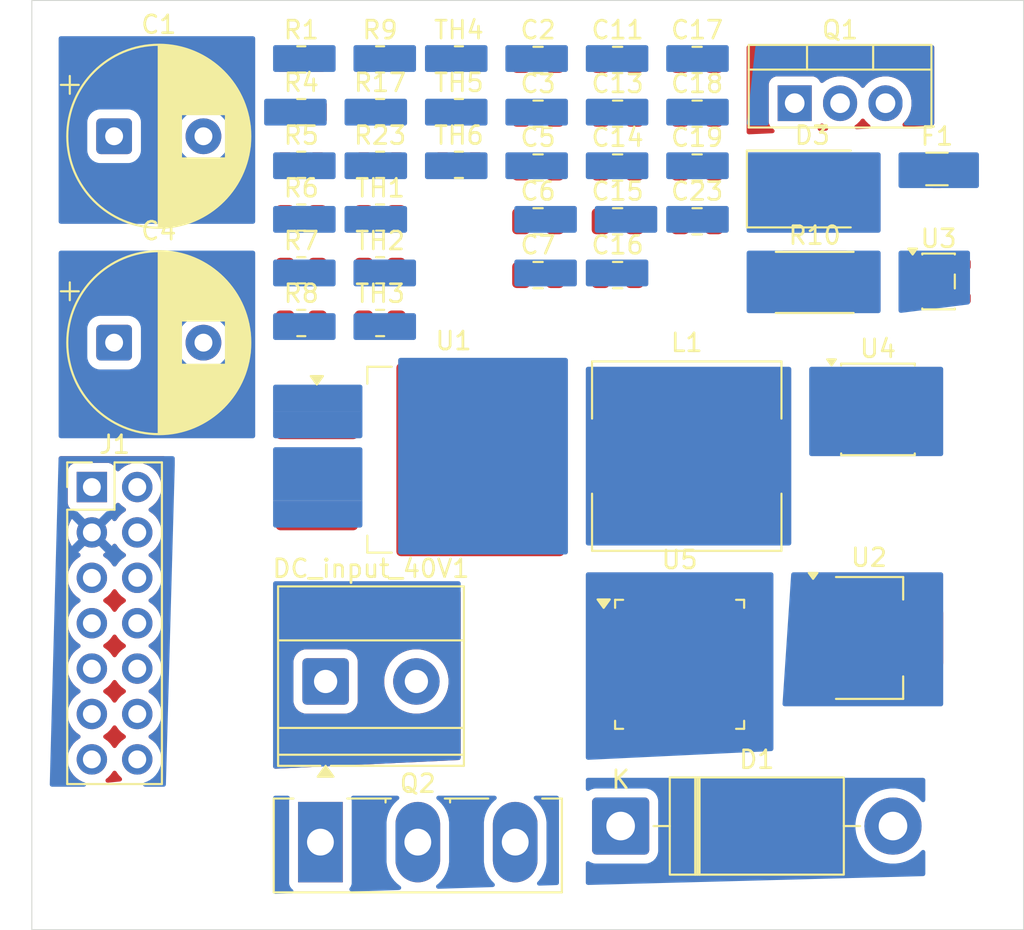
<source format=kicad_pcb>
(kicad_pcb (version 20241229) (generator "pcbnew") (generator_version "9.0")
  (layers (0 "F.Cu" signal) (2 "B.Cu" signal) (13 "F.Paste" user) (15 "B.Paste" user) (5 "F.SilkS" user "F.Silkscreen") (7 "B.SilkS" user "B.Silkscreen") (1 "F.Mask" user) (3 "B.Mask" user) (25 "Edge.Cuts" user))
  (net 0 "")
  (net 1 "Net-(D3-A1)")
  (net 2 "GND")
  (net 3 "/+3V3")
  (net 4 "/+12V")
  (net 5 "Net-(U5-PA0)")
  (net 6 "Net-(U5-PA1)")
  (net 7 "Net-(U5-PA4)")
  (net 8 "Net-(U5-PA2)")
  (net 9 "Net-(U5-PA3)")
  (net 10 "Net-(U5-PA5)")
  (net 11 "Net-(D1-A)")
  (net 12 "Net-(DC_input_40V1-Pin_1)")
  (net 13 "Net-(Q1-D)")
  (net 17 "Net-(J1-~{RST})")
  (net 20 "Net-(J1-JTMS{slash}SWDIO)")
  (net 23 "Net-(J1-JCLK{slash}SWCLK)")
  (net 27 "Net-(Q2-S)")
  (net 28 "Net-(Q2-G)")
  (net 29 "Net-(U5-NRST)")
  (net 30 "Net-(U3-+)")
  (net 31 "Net-(U4-OUT_A)")
  (net 34 "Net-(U3--)")
  (net 35 "Net-(U5-PA6)")
  (net 39 "Net-(U4-IN_A)")
  (footprint "" (layer "F.Cu") (at 137.5 96.5)
    (property "Reference" "" (at 0 0 0) (layer "F.SilkS") (effects (font (size 1.27 1.27))))
    (property "Value" "")
  )
  (footprint "Capacitor_SMD:C_0805_2012Metric" (layer "F.Cu") (at 154.28 64.33)
    (property "Reference" "C11" (at 0 -1.68 0) (layer "F.SilkS"))
    (property "Value" "0.1uf")
    (pad "1" smd roundrect (at -0.95 0) (size 1 1.45) (layers "F.Cu" "F.Mask" "F.Paste") (net 1 "Net-(D3-A1)"))
    (pad "2" smd roundrect (at 0.95 0) (size 1 1.45) (layers "F.Cu" "F.Mask" "F.Paste") (net 2 "GND"))
  )
  (footprint "Capacitor_SMD:C_0805_2012Metric" (layer "F.Cu") (at 158.73 64.33)
    (property "Reference" "C17" (at 0 -1.68 0) (layer "F.SilkS"))
    (property "Value" "100nF")
    (pad "1" smd roundrect (at -0.95 0) (size 1 1.45) (layers "F.Cu" "F.Mask" "F.Paste") (net 8 "Net-(U5-PA2)"))
    (pad "2" smd roundrect (at 0.95 0) (size 1 1.45) (layers "F.Cu" "F.Mask" "F.Paste") (net 2 "GND"))
  )
  (footprint "Resistor_SMD:R_0805_2012Metric" (layer "F.Cu") (at 136.58 67.25)
    (property "Reference" "R4" (at 0 -1.65 0) (layer "F.SilkS"))
    (property "Value" "10K")
    (pad "1" smd roundrect (at -0.9125 0) (size 1.025 1.4) (layers "F.Cu" "F.Mask" "F.Paste") (roundrect_rratio 0.243902) (net 3 "/+3V3"))
    (pad "2" smd roundrect (at 0.9125 0) (size 1.025 1.4) (layers "F.Cu" "F.Mask" "F.Paste") (roundrect_rratio 0.243902) (net 5 "Net-(U5-PA0)"))
  )
  (footprint "Package_QFP:LQFP-48_7x7mm_P0.5mm" (layer "F.Cu") (at 157.75 98.15)
    (property "Reference" "U5" (at 0 -5.85 0) (layer "F.SilkS"))
    (property "Value" "STM32F103C8Tx")
    (pad "1" smd roundrect (at -4.1625 -2.75) (size 1.475 0.3) (layers "F.Cu" "F.Mask" "F.Paste"))
    (pad "2" smd roundrect (at -4.1625 -2.25) (size 1.475 0.3) (layers "F.Cu" "F.Mask" "F.Paste") (net 20 "Net-(J1-JTMS{slash}SWDIO)"))
    (pad "3" smd roundrect (at -4.1625 -1.75) (size 1.475 0.3) (layers "F.Cu" "F.Mask" "F.Paste") (net 23 "Net-(J1-JCLK{slash}SWCLK)"))
    (pad "4" smd roundrect (at -4.1625 -1.25) (size 1.475 0.3) (layers "F.Cu" "F.Mask" "F.Paste"))
    (pad "5" smd roundrect (at -4.1625 -0.75) (size 1.475 0.3) (layers "F.Cu" "F.Mask" "F.Paste"))
    (pad "6" smd roundrect (at -4.1625 -0.25) (size 1.475 0.3) (layers "F.Cu" "F.Mask" "F.Paste"))
    (pad "7" smd roundrect (at -4.1625 0.25) (size 1.475 0.3) (layers "F.Cu" "F.Mask" "F.Paste") (net 29 "Net-(U5-NRST)"))
    (pad "8" smd roundrect (at -4.1625 0.75) (size 1.475 0.3) (layers "F.Cu" "F.Mask" "F.Paste") (net 2 "GND"))
    (pad "9" smd roundrect (at -4.1625 1.25) (size 1.475 0.3) (layers "F.Cu" "F.Mask" "F.Paste"))
    (pad "10" smd roundrect (at -4.1625 1.75) (size 1.475 0.3) (layers "F.Cu" "F.Mask" "F.Paste") (net 5 "Net-(U5-PA0)"))
    (pad "11" smd roundrect (at -4.1625 2.25) (size 1.475 0.3) (layers "F.Cu" "F.Mask" "F.Paste") (net 6 "Net-(U5-PA1)"))
    (pad "12" smd roundrect (at -4.1625 2.75) (size 1.475 0.3) (layers "F.Cu" "F.Mask" "F.Paste") (net 8 "Net-(U5-PA2)"))
    (pad "13" smd roundrect (at -2.75 4.1625) (size 0.3 1.475) (layers "F.Cu" "F.Mask" "F.Paste") (net 9 "Net-(U5-PA3)"))
    (pad "14" smd roundrect (at -2.25 4.1625) (size 0.3 1.475) (layers "F.Cu" "F.Mask" "F.Paste") (net 7 "Net-(U5-PA4)"))
    (pad "15" smd roundrect (at -1.75 4.1625) (size 0.3 1.475) (layers "F.Cu" "F.Mask" "F.Paste") (net 10 "Net-(U5-PA5)"))
    (pad "16" smd roundrect (at -1.25 4.1625) (size 0.3 1.475) (layers "F.Cu" "F.Mask" "F.Paste") (net 35 "Net-(U5-PA6)"))
    (pad "17" smd roundrect (at -0.75 4.1625) (size 0.3 1.475) (layers "F.Cu" "F.Mask" "F.Paste"))
    (pad "18" smd roundrect (at -0.25 4.1625) (size 0.3 1.475) (layers "F.Cu" "F.Mask" "F.Paste"))
    (pad "19" smd roundrect (at 0.25 4.1625) (size 0.3 1.475) (layers "F.Cu" "F.Mask" "F.Paste"))
    (pad "20" smd roundrect (at 0.75 4.1625) (size 0.3 1.475) (layers "F.Cu" "F.Mask" "F.Paste"))
    (pad "21" smd roundrect (at 1.25 4.1625) (size 0.3 1.475) (layers "F.Cu" "F.Mask" "F.Paste"))
    (pad "22" smd roundrect (at 1.75 4.1625) (size 0.3 1.475) (layers "F.Cu" "F.Mask" "F.Paste"))
    (pad "23" smd roundrect (at 2.25 4.1625) (size 0.3 1.475) (layers "F.Cu" "F.Mask" "F.Paste") (net 2 "GND"))
    (pad "24" smd roundrect (at 2.75 4.1625) (size 0.3 1.475) (layers "F.Cu" "F.Mask" "F.Paste") (net 3 "/+3V3"))
    (pad "25" smd roundrect (at 4.1625 2.75) (size 1.475 0.3) (layers "F.Cu" "F.Mask" "F.Paste"))
    (pad "26" smd roundrect (at 4.1625 2.25) (size 1.475 0.3) (layers "F.Cu" "F.Mask" "F.Paste"))
    (pad "27" smd roundrect (at 4.1625 1.75) (size 1.475 0.3) (layers "F.Cu" "F.Mask" "F.Paste"))
    (pad "28" smd roundrect (at 4.1625 1.25) (size 1.475 0.3) (layers "F.Cu" "F.Mask" "F.Paste"))
    (pad "29" smd roundrect (at 4.1625 0.75) (size 1.475 0.3) (layers "F.Cu" "F.Mask" "F.Paste") (net 39 "Net-(U4-IN_A)"))
    (pad "30" smd roundrect (at 4.1625 0.25) (size 1.475 0.3) (layers "F.Cu" "F.Mask" "F.Paste"))
    (pad "31" smd roundrect (at 4.1625 -0.25) (size 1.475 0.3) (layers "F.Cu" "F.Mask" "F.Paste"))
    (pad "32" smd roundrect (at 4.1625 -0.75) (size 1.475 0.3) (layers "F.Cu" "F.Mask" "F.Paste"))
    (pad "33" smd roundrect (at 4.1625 -1.25) (size 1.475 0.3) (layers "F.Cu" "F.Mask" "F.Paste"))
    (pad "34" smd roundrect (at 4.1625 -1.75) (size 1.475 0.3) (layers "F.Cu" "F.Mask" "F.Paste"))
    (pad "35" smd roundrect (at 4.1625 -2.25) (size 1.475 0.3) (layers "F.Cu" "F.Mask" "F.Paste") (net 2 "GND"))
    (pad "36" smd roundrect (at 4.1625 -2.75) (size 1.475 0.3) (layers "F.Cu" "F.Mask" "F.Paste") (net 3 "/+3V3"))
    (pad "37" smd roundrect (at 2.75 -4.1625) (size 0.3 1.475) (layers "F.Cu" "F.Mask" "F.Paste"))
    (pad "38" smd roundrect (at 2.25 -4.1625) (size 0.3 1.475) (layers "F.Cu" "F.Mask" "F.Paste"))
    (pad "39" smd roundrect (at 1.75 -4.1625) (size 0.3 1.475) (layers "F.Cu" "F.Mask" "F.Paste"))
    (pad "40" smd roundrect (at 1.25 -4.1625) (size 0.3 1.475) (layers "F.Cu" "F.Mask" "F.Paste"))
    (pad "41" smd roundrect (at 0.75 -4.1625) (size 0.3 1.475) (layers "F.Cu" "F.Mask" "F.Paste"))
    (pad "42" smd roundrect (at 0.25 -4.1625) (size 0.3 1.475) (layers "F.Cu" "F.Mask" "F.Paste"))
    (pad "43" smd roundrect (at -0.25 -4.1625) (size 0.3 1.475) (layers "F.Cu" "F.Mask" "F.Paste"))
    (pad "44" smd roundrect (at -0.75 -4.1625) (size 0.3 1.475) (layers "F.Cu" "F.Mask" "F.Paste"))
    (pad "45" smd roundrect (at -1.25 -4.1625) (size 0.3 1.475) (layers "F.Cu" "F.Mask" "F.Paste"))
    (pad "46" smd roundrect (at -1.75 -4.1625) (size 0.3 1.475) (layers "F.Cu" "F.Mask" "F.Paste"))
    (pad "47" smd roundrect (at -2.25 -4.1625) (size 0.3 1.475) (layers "F.Cu" "F.Mask" "F.Paste") (net 2 "GND"))
    (pad "48" smd roundrect (at -2.75 -4.1625) (size 0.3 1.475) (layers "F.Cu" "F.Mask" "F.Paste") (net 3 "/+3V3"))
  )
  (footprint "Inductor_SMD:L_10.4x10.4_H4.8" (layer "F.Cu") (at 158.15 86.5)
    (property "Reference" "L1" (at 0 -6.35 0) (layer "F.SilkS"))
    (property "Value" "68uh")
    (pad "1" smd rect (at -4.15 0) (size 2.7 3.6) (layers "F.Cu" "F.Mask" "F.Paste") (net 11 "Net-(D1-A)"))
    (pad "2" smd rect (at 4.15 0) (size 2.7 3.6) (layers "F.Cu" "F.Mask" "F.Paste") (net 4 "/+12V"))
  )
  (footprint "Capacitor_SMD:C_0805_2012Metric" (layer "F.Cu") (at 149.83 64.33)
    (property "Reference" "C2" (at 0 -1.68 0) (layer "F.SilkS"))
    (property "Value" "0.1uf")
    (pad "1" smd roundrect (at -0.95 0) (size 1 1.45) (layers "F.Cu" "F.Mask" "F.Paste") (net 3 "/+3V3"))
    (pad "2" smd roundrect (at 0.95 0) (size 1 1.45) (layers "F.Cu" "F.Mask" "F.Paste") (net 2 "GND"))
  )
  (footprint "Resistor_SMD:R_0805_2012Metric" (layer "F.Cu") (at 145.4 67.25)
    (property "Reference" "TH5" (at 0 -1.65 0) (layer "F.SilkS"))
    (property "Value" "10K")
    (pad "1" smd roundrect (at -0.9125 0) (size 1.025 1.4) (layers "F.Cu" "F.Mask" "F.Paste") (roundrect_rratio 0.243902) (net 7 "Net-(U5-PA4)"))
    (pad "2" smd roundrect (at 0.9125 0) (size 1.025 1.4) (layers "F.Cu" "F.Mask" "F.Paste") (roundrect_rratio 0.243902) (net 2 "GND"))
  )
  (footprint "Capacitor_SMD:C_0805_2012Metric" (layer "F.Cu") (at 149.83 70.35)
    (property "Reference" "C5" (at 0 -1.68 0) (layer "F.SilkS"))
    (property "Value" "330uf")
    (pad "1" smd roundrect (at -0.95 0) (size 1 1.45) (layers "F.Cu" "F.Mask" "F.Paste") (net 4 "/+12V"))
    (pad "2" smd roundrect (at 0.95 0) (size 1 1.45) (layers "F.Cu" "F.Mask" "F.Paste") (net 2 "GND"))
  )
  (footprint "Resistor_SMD:R_0805_2012Metric" (layer "F.Cu") (at 140.99 73.15)
    (property "Reference" "TH1" (at 0 -1.65 0) (layer "F.SilkS"))
    (property "Value" "10K")
    (pad "1" smd roundrect (at -0.9125 0) (size 1.025 1.4) (layers "F.Cu" "F.Mask" "F.Paste") (roundrect_rratio 0.243902) (net 5 "Net-(U5-PA0)"))
    (pad "2" smd roundrect (at 0.9125 0) (size 1.025 1.4) (layers "F.Cu" "F.Mask" "F.Paste") (roundrect_rratio 0.243902) (net 2 "GND"))
  )
  (footprint "Capacitor_SMD:C_0805_2012Metric" (layer "F.Cu") (at 149.83 76.37)
    (property "Reference" "C7" (at 0 -1.68 0) (layer "F.SilkS"))
    (property "Value" "0.1uf")
    (pad "1" smd roundrect (at -0.95 0) (size 1 1.45) (layers "F.Cu" "F.Mask" "F.Paste") (net 3 "/+3V3"))
    (pad "2" smd roundrect (at 0.95 0) (size 1 1.45) (layers "F.Cu" "F.Mask" "F.Paste") (net 2 "GND"))
  )
  (footprint "Resistor_SMD:R_0805_2012Metric" (layer "F.Cu") (at 136.58 73.15)
    (property "Reference" "R6" (at 0 -1.65 0) (layer "F.SilkS"))
    (property "Value" "10K")
    (pad "1" smd roundrect (at -0.9125 0) (size 1.025 1.4) (layers "F.Cu" "F.Mask" "F.Paste") (roundrect_rratio 0.243902) (net 3 "/+3V3"))
    (pad "2" smd roundrect (at 0.9125 0) (size 1.025 1.4) (layers "F.Cu" "F.Mask" "F.Paste") (roundrect_rratio 0.243902) (net 7 "Net-(U5-PA4)"))
  )
  (footprint "Capacitor_SMD:C_0805_2012Metric" (layer "F.Cu") (at 158.73 67.34)
    (property "Reference" "C18" (at 0 -1.68 0) (layer "F.SilkS"))
    (property "Value" "100nF")
    (pad "1" smd roundrect (at -0.95 0) (size 1 1.45) (layers "F.Cu" "F.Mask" "F.Paste") (net 9 "Net-(U5-PA3)"))
    (pad "2" smd roundrect (at 0.95 0) (size 1 1.45) (layers "F.Cu" "F.Mask" "F.Paste") (net 2 "GND"))
  )
  (footprint "Package_TO_SOT_THT:TO-247-3_Vertical" (layer "F.Cu") (at 137.65 108.1)
    (property "Reference" "Q2" (at 5.45 -3.28 0) (layer "F.SilkS"))
    (property "Value" "IRFP4468PbF")
    (pad "1" thru_hole rect (at 0 0) (size 2.5 4.5) (drill 1.5) (layers "*.Cu" "*.Mask") (net 28 "Net-(Q2-G)"))
    (pad "2" thru_hole oval (at 5.45 0) (size 2.5 4.5) (drill 1.5) (layers "*.Cu" "*.Mask"))
    (pad "3" thru_hole oval (at 10.9 0) (size 2.5 4.5) (drill 1.5) (layers "*.Cu" "*.Mask") (net 27 "Net-(Q2-S)"))
  )
  (footprint "Resistor_SMD:R_0805_2012Metric" (layer "F.Cu") (at 140.99 67.25)
    (property "Reference" "R17" (at 0 -1.65 0) (layer "F.SilkS"))
    (property "Value" "10")
    (pad "1" smd roundrect (at -0.9125 0) (size 1.025 1.4) (layers "F.Cu" "F.Mask" "F.Paste") (roundrect_rratio 0.243902) (net 31 "Net-(U4-OUT_A)"))
    (pad "2" smd roundrect (at 0.9125 0) (size 1.025 1.4) (layers "F.Cu" "F.Mask" "F.Paste") (roundrect_rratio 0.243902) (net 28 "Net-(Q2-G)"))
  )
  (footprint "Resistor_SMD:R_0805_2012Metric" (layer "F.Cu") (at 140.99 64.3)
    (property "Reference" "R9" (at 0 -1.65 0) (layer "F.SilkS"))
    (property "Value" "10K")
    (pad "1" smd roundrect (at -0.9125 0) (size 1.025 1.4) (layers "F.Cu" "F.Mask" "F.Paste") (roundrect_rratio 0.243902) (net 3 "/+3V3"))
    (pad "2" smd roundrect (at 0.9125 0) (size 1.025 1.4) (layers "F.Cu" "F.Mask" "F.Paste") (roundrect_rratio 0.243902) (net 10 "Net-(U5-PA5)"))
  )
  (footprint "Package_SO:SOIC-8_3.9x4.9mm_P1.27mm" (layer "F.Cu") (at 168.85 83.885)
    (property "Reference" "U4" (at 0 -3.4 0) (layer "F.SilkS"))
    (property "Value" "TC4427xOA")
    (pad "1" smd roundrect (at -2.475 -1.905) (size 1.95 0.6) (layers "F.Cu" "F.Mask" "F.Paste"))
    (pad "2" smd roundrect (at -2.475 -0.635) (size 1.95 0.6) (layers "F.Cu" "F.Mask" "F.Paste") (net 39 "Net-(U4-IN_A)"))
    (pad "3" smd roundrect (at -2.475 0.635) (size 1.95 0.6) (layers "F.Cu" "F.Mask" "F.Paste") (net 2 "GND"))
    (pad "4" smd roundrect (at -2.475 1.905) (size 1.95 0.6) (layers "F.Cu" "F.Mask" "F.Paste"))
    (pad "5" smd roundrect (at 2.475 1.905) (size 1.95 0.6) (layers "F.Cu" "F.Mask" "F.Paste"))
    (pad "6" smd roundrect (at 2.475 0.635) (size 1.95 0.6) (layers "F.Cu" "F.Mask" "F.Paste") (net 4 "/+12V"))
    (pad "7" smd roundrect (at 2.475 -0.635) (size 1.95 0.6) (layers "F.Cu" "F.Mask" "F.Paste") (net 31 "Net-(U4-OUT_A)"))
    (pad "8" smd roundrect (at 2.475 -1.905) (size 1.95 0.6) (layers "F.Cu" "F.Mask" "F.Paste"))
  )
  (footprint "Diode_SMD:D_SMB" (layer "F.Cu") (at 165.175 71.55)
    (property "Reference" "D3" (at 0 -3 0) (layer "F.SilkS"))
    (property "Value" "D_TVS")
    (pad "1" smd roundrect (at -2.15 0) (size 2.5 2.3) (layers "F.Cu" "F.Mask" "F.Paste") (roundrect_rratio 0.1086956522) (net 1 "Net-(D3-A1)"))
    (pad "2" smd roundrect (at 2.15 0) (size 2.5 2.3) (layers "F.Cu" "F.Mask" "F.Paste") (roundrect_rratio 0.1086956522) (net 2 "GND"))
  )
  (footprint "Fuse:Fuse_1206_3216Metric" (layer "F.Cu") (at 172.15 70.43)
    (property "Reference" "F1" (at 0 -1.83 0) (layer "F.SilkS"))
    (property "Value" "Fuse_Small")
    (pad "1" smd roundrect (at -1.4 0) (size 1.25 1.75) (layers "F.Cu" "F.Mask" "F.Paste") (roundrect_rratio 0.2) (net 12 "Net-(DC_input_40V1-Pin_1)"))
    (pad "2" smd roundrect (at 1.4 0) (size 1.25 1.75) (layers "F.Cu" "F.Mask" "F.Paste") (roundrect_rratio 0.2) (net 13 "Net-(Q1-D)"))
  )
  (footprint "Capacitor_SMD:C_0805_2012Metric" (layer "F.Cu") (at 158.73 73.36)
    (property "Reference" "C23" (at 0 -1.68 0) (layer "F.SilkS"))
    (property "Value" "0.1uf")
    (pad "1" smd roundrect (at -0.95 0) (size 1 1.45) (layers "F.Cu" "F.Mask" "F.Paste") (net 3 "/+3V3"))
    (pad "2" smd roundrect (at 0.95 0) (size 1 1.45) (layers "F.Cu" "F.Mask" "F.Paste") (net 2 "GND"))
  )
  (footprint "Resistor_SMD:R_0805_2012Metric" (layer "F.Cu") (at 136.58 76.1)
    (property "Reference" "R7" (at 0 -1.65 0) (layer "F.SilkS"))
    (property "Value" "10K")
    (pad "1" smd roundrect (at -0.9125 0) (size 1.025 1.4) (layers "F.Cu" "F.Mask" "F.Paste") (roundrect_rratio 0.243902) (net 3 "/+3V3"))
    (pad "2" smd roundrect (at 0.9125 0) (size 1.025 1.4) (layers "F.Cu" "F.Mask" "F.Paste") (roundrect_rratio 0.243902) (net 6 "Net-(U5-PA1)"))
  )
  (footprint "Capacitor_SMD:C_0805_2012Metric" (layer "F.Cu") (at 154.28 73.36)
    (property "Reference" "C15" (at 0 -1.68 0) (layer "F.SilkS"))
    (property "Value" "100nF")
    (pad "1" smd roundrect (at -0.95 0) (size 1 1.45) (layers "F.Cu" "F.Mask" "F.Paste") (net 6 "Net-(U5-PA1)"))
    (pad "2" smd roundrect (at 0.95 0) (size 1 1.45) (layers "F.Cu" "F.Mask" "F.Paste") (net 2 "GND"))
  )
  (footprint "Package_TO_SOT_THT:TO-220-3_Vertical" (layer "F.Cu") (at 164.19 66.75)
    (property "Reference" "Q1" (at 2.54 -4.1 0) (layer "F.SilkS"))
    (property "Value" "IRF4905")
    (pad "1" thru_hole rect (at 0 0) (size 1.905 2) (drill 1.1) (layers "*.Cu" "*.Mask"))
    (pad "2" thru_hole oval (at 2.54 0) (size 1.905 2) (drill 1.1) (layers "*.Cu" "*.Mask") (net 13 "Net-(Q1-D)"))
    (pad "3" thru_hole oval (at 5.08 0) (size 1.905 2) (drill 1.1) (layers "*.Cu" "*.Mask") (net 1 "Net-(D3-A1)"))
  )
  (footprint "Package_TO_SOT_SMD:TO-263-5_TabPin3" (layer "F.Cu") (at 145.1 86.7)
    (property "Reference" "U1" (at 0 -6.65 0) (layer "F.SilkS"))
    (property "Value" "LM2596S-ADJ")
    (pad "1" smd roundrect (at -7.65 -3.4) (size 4.6 1.1) (layers "F.Cu" "F.Mask" "F.Paste") (roundrect_rratio 0.227273) (net 1 "Net-(D3-A1)"))
    (pad "2" smd roundrect (at -7.65 -1.7) (size 4.6 1.1) (layers "F.Cu" "F.Mask" "F.Paste") (roundrect_rratio 0.227273) (net 11 "Net-(D1-A)"))
    (pad "3" smd roundrect (at -7.65 0) (size 4.6 1.1) (layers "F.Cu" "F.Mask" "F.Paste") (roundrect_rratio 0.227273) (net 2 "GND"))
    (pad "3" smd roundrect (at 1.5 0) (size 9.4 10.8) (layers "F.Cu" "F.Mask") (roundrect_rratio 0.026596) (net 2 "GND"))
    (pad "4" smd roundrect (at -7.65 1.7) (size 4.6 1.1) (layers "F.Cu" "F.Mask" "F.Paste") (roundrect_rratio 0.227273))
    (pad "5" smd roundrect (at -7.65 3.4) (size 4.6 1.1) (layers "F.Cu" "F.Mask" "F.Paste") (roundrect_rratio 0.227273))
  )
  (footprint "Package_TO_SOT_SMD:SOT-223-3_TabPin2" (layer "F.Cu") (at 168.35 96.675)
    (property "Reference" "U2" (at 0 -4.5 0) (layer "F.SilkS"))
    (property "Value" "AMS1117-3.3")
    (pad "1" smd roundrect (at -3.15 -2.3) (size 2 1.5) (layers "F.Cu" "F.Mask" "F.Paste") (net 2 "GND"))
    (pad "2" smd roundrect (at -3.15 0) (size 2 1.5) (layers "F.Cu" "F.Mask" "F.Paste") (net 3 "/+3V3"))
    (pad "2" smd roundrect (at 3.15 0) (size 2 3.8) (layers "F.Cu" "F.Mask" "F.Paste") (net 3 "/+3V3"))
    (pad "3" smd roundrect (at -3.15 2.3) (size 2 1.5) (layers "F.Cu" "F.Mask" "F.Paste") (net 3 "/+3V3"))
  )
  (footprint "Capacitor_SMD:C_0805_2012Metric" (layer "F.Cu") (at 158.73 70.35)
    (property "Reference" "C19" (at 0 -1.68 0) (layer "F.SilkS"))
    (property "Value" "100nF")
    (pad "1" smd roundrect (at -0.95 0) (size 1 1.45) (layers "F.Cu" "F.Mask" "F.Paste") (net 10 "Net-(U5-PA5)"))
    (pad "2" smd roundrect (at 0.95 0) (size 1 1.45) (layers "F.Cu" "F.Mask" "F.Paste") (net 2 "GND"))
  )
  (footprint "Resistor_SMD:R_0805_2012Metric" (layer "F.Cu") (at 140.99 70.2)
    (property "Reference" "R23" (at 0 -1.65 0) (layer "F.SilkS"))
    (property "Value" "100K")
    (pad "1" smd roundrect (at -0.9125 0) (size 1.025 1.4) (layers "F.Cu" "F.Mask" "F.Paste") (roundrect_rratio 0.243902) (net 28 "Net-(Q2-G)"))
    (pad "2" smd roundrect (at 0.9125 0) (size 1.025 1.4) (layers "F.Cu" "F.Mask" "F.Paste") (roundrect_rratio 0.243902) (net 2 "GND"))
  )
  (footprint "Capacitor_SMD:C_0805_2012Metric" (layer "F.Cu") (at 154.28 76.37)
    (property "Reference" "C16" (at 0 -1.68 0) (layer "F.SilkS"))
    (property "Value" "100nF")
    (pad "1" smd roundrect (at -0.95 0) (size 1 1.45) (layers "F.Cu" "F.Mask" "F.Paste") (net 7 "Net-(U5-PA4)"))
    (pad "2" smd roundrect (at 0.95 0) (size 1 1.45) (layers "F.Cu" "F.Mask" "F.Paste") (net 2 "GND"))
  )
  (footprint "Resistor_SMD:R_0805_2012Metric" (layer "F.Cu") (at 136.58 79.05)
    (property "Reference" "R8" (at 0 -1.65 0) (layer "F.SilkS"))
    (property "Value" "10K")
    (pad "1" smd roundrect (at -0.9125 0) (size 1.025 1.4) (layers "F.Cu" "F.Mask" "F.Paste") (roundrect_rratio 0.243902) (net 3 "/+3V3"))
    (pad "2" smd roundrect (at 0.9125 0) (size 1.025 1.4) (layers "F.Cu" "F.Mask" "F.Paste") (roundrect_rratio 0.243902) (net 9 "Net-(U5-PA3)"))
  )
  (footprint "Capacitor_THT:CP_Radial_D10.0mm_P5.00mm" (layer "F.Cu") (at 126.104646 68.6)
    (property "Reference" "C1" (at 2.5 -6.25 0) (layer "F.SilkS"))
    (property "Value" "470uf")
    (pad "1" thru_hole roundrect (at 0 0) (size 2 2) (drill 1) (layers "*.Cu" "*.Mask") (roundrect_rratio 0.125) (net 1 "Net-(D3-A1)"))
    (pad "2" thru_hole circle (at 5 0) (size 2 2) (drill 1) (layers "*.Cu" "*.Mask") (net 2 "GND"))
  )
  (footprint "Diode_THT:D_DO-201AD_P15.24mm_Horizontal" (layer "F.Cu") (at 154.45 107.2)
    (property "Reference" "D1" (at 7.62 -3.72 0) (layer "F.SilkS"))
    (property "Value" "1N5822")
    (fp_text user "K" (at 0 -2.6 0) (layer "F.SilkS"))
    (pad "1" thru_hole roundrect (at 0 0) (size 3.2 3.2) (drill 1.6) (layers "*.Cu" "*.Mask") (roundrect_rratio 0.078125) (net 2 "GND"))
    (pad "2" thru_hole circle (at 15.24 0) (size 3.2 3.2) (drill 1.6) (layers "*.Cu" "*.Mask") (net 11 "Net-(D1-A)"))
  )
  (footprint "Capacitor_THT:CP_Radial_D10.0mm_P5.00mm" (layer "F.Cu") (at 126.104646 80.15)
    (property "Reference" "C4" (at 2.5 -6.25 0) (layer "F.SilkS"))
    (property "Value" "220uf")
    (pad "1" thru_hole roundrect (at 0 0) (size 2 2) (drill 1) (layers "*.Cu" "*.Mask") (roundrect_rratio 0.125) (net 1 "Net-(D3-A1)"))
    (pad "2" thru_hole circle (at 5 0) (size 2 2) (drill 1) (layers "*.Cu" "*.Mask") (net 2 "GND"))
  )
  (footprint "Resistor_SMD:R_0805_2012Metric" (layer "F.Cu") (at 140.99 79.05)
    (property "Reference" "TH3" (at 0 -1.65 0) (layer "F.SilkS"))
    (property "Value" "10K")
    (pad "1" smd roundrect (at -0.9125 0) (size 1.025 1.4) (layers "F.Cu" "F.Mask" "F.Paste") (roundrect_rratio 0.243902) (net 8 "Net-(U5-PA2)"))
    (pad "2" smd roundrect (at 0.9125 0) (size 1.025 1.4) (layers "F.Cu" "F.Mask" "F.Paste") (roundrect_rratio 0.243902) (net 2 "GND"))
  )
  (footprint "Resistor_SMD:R_0805_2012Metric" (layer "F.Cu") (at 136.58 64.3)
    (property "Reference" "R1" (at 0 -1.65 0) (layer "F.SilkS"))
    (property "Value" "10K")
    (pad "1" smd roundrect (at -0.9125 0) (size 1.025 1.4) (layers "F.Cu" "F.Mask" "F.Paste") (roundrect_rratio 0.243902) (net 29 "Net-(U5-NRST)"))
    (pad "2" smd roundrect (at 0.9125 0) (size 1.025 1.4) (layers "F.Cu" "F.Mask" "F.Paste") (roundrect_rratio 0.243902) (net 17 "Net-(J1-~{RST})"))
  )
  (footprint "Connector_PinHeader_2.54mm:PinHeader_2x07_P2.54mm_Vertical" (layer "F.Cu") (at 124.86 88.23)
    (property "Reference" "J1" (at 1.27 -2.38 0) (layer "F.SilkS"))
    (property "Value" "Conn_ST_STDC14")
    (pad "1" thru_hole rect (at 0 0) (size 1.7 1.7) (drill 1) (layers "*.Cu" "*.Mask"))
    (pad "2" thru_hole circle (at 2.54 0) (size 1.7 1.7) (drill 1) (layers "*.Cu" "*.Mask"))
    (pad "3" thru_hole circle (at 0 2.54) (size 1.7 1.7) (drill 1) (layers "*.Cu" "*.Mask") (net 3 "/+3V3"))
    (pad "4" thru_hole circle (at 2.54 2.54) (size 1.7 1.7) (drill 1) (layers "*.Cu" "*.Mask") (net 20 "Net-(J1-JTMS{slash}SWDIO)"))
    (pad "5" thru_hole circle (at 0 5.08) (size 1.7 1.7) (drill 1) (layers "*.Cu" "*.Mask") (net 2 "GND"))
    (pad "6" thru_hole circle (at 2.54 5.08) (size 1.7 1.7) (drill 1) (layers "*.Cu" "*.Mask") (net 23 "Net-(J1-JCLK{slash}SWCLK)"))
    (pad "7" thru_hole circle (at 0 7.62) (size 1.7 1.7) (drill 1) (layers "*.Cu" "*.Mask") (net 2 "GND"))
    (pad "8" thru_hole circle (at 2.54 7.62) (size 1.7 1.7) (drill 1) (layers "*.Cu" "*.Mask"))
    (pad "9" thru_hole circle (at 0 10.16) (size 1.7 1.7) (drill 1) (layers "*.Cu" "*.Mask"))
    (pad "10" thru_hole circle (at 2.54 10.16) (size 1.7 1.7) (drill 1) (layers "*.Cu" "*.Mask"))
    (pad "11" thru_hole circle (at 0 12.7) (size 1.7 1.7) (drill 1) (layers "*.Cu" "*.Mask"))
    (pad "12" thru_hole circle (at 2.54 12.7) (size 1.7 1.7) (drill 1) (layers "*.Cu" "*.Mask") (net 17 "Net-(J1-~{RST})"))
    (pad "13" thru_hole circle (at 0 15.24) (size 1.7 1.7) (drill 1) (layers "*.Cu" "*.Mask"))
    (pad "14" thru_hole circle (at 2.54 15.24) (size 1.7 1.7) (drill 1) (layers "*.Cu" "*.Mask"))
  )
  (footprint "Capacitor_SMD:C_0805_2012Metric" (layer "F.Cu") (at 149.83 67.34)
    (property "Reference" "C3" (at 0 -1.68 0) (layer "F.SilkS"))
    (property "Value" "0.1uf")
    (pad "1" smd roundrect (at -0.95 0) (size 1 1.45) (layers "F.Cu" "F.Mask" "F.Paste") (net 4 "/+12V"))
    (pad "2" smd roundrect (at 0.95 0) (size 1 1.45) (layers "F.Cu" "F.Mask" "F.Paste") (net 2 "GND"))
  )
  (footprint "Resistor_SMD:R_0805_2012Metric" (layer "F.Cu") (at 140.99 76.1)
    (property "Reference" "TH2" (at 0 -1.65 0) (layer "F.SilkS"))
    (property "Value" "10K")
    (pad "1" smd roundrect (at -0.9125 0) (size 1.025 1.4) (layers "F.Cu" "F.Mask" "F.Paste") (roundrect_rratio 0.243902) (net 6 "Net-(U5-PA1)"))
    (pad "2" smd roundrect (at 0.9125 0) (size 1.025 1.4) (layers "F.Cu" "F.Mask" "F.Paste") (roundrect_rratio 0.243902) (net 2 "GND"))
  )
  (footprint "TerminalBlock_Phoenix:TerminalBlock_Phoenix_MKDS-1,5-2-5.08_1x02_P5.08mm_Horizontal" (layer "F.Cu") (at 137.94 99.11)
    (property "Reference" "DC_input_40V1" (at 2.54 -6.32 0) (layer "F.SilkS"))
    (property "Value" "Conn_01x02")
    (pad "1" thru_hole roundrect (at 0 0) (size 2.6 2.6) (drill 1.3) (layers "*.Cu" "*.Mask") (roundrect_rratio 0.096154) (net 12 "Net-(DC_input_40V1-Pin_1)"))
    (pad "2" thru_hole circle (at 5.08 0) (size 2.6 2.6) (drill 1.3) (layers "*.Cu" "*.Mask") (net 2 "GND"))
  )
  (footprint "Package_TO_SOT_SMD:SOT-23-5" (layer "F.Cu") (at 172.24 76.725)
    (property "Reference" "U3" (at 0 -2.4 0) (layer "F.SilkS"))
    (property "Value" "INA180A1")
    (pad "1" smd roundrect (at -1.1375 -0.95) (size 1.325 0.6) (layers "F.Cu" "F.Mask" "F.Paste") (net 35 "Net-(U5-PA6)"))
    (pad "2" smd roundrect (at -1.1375 0) (size 1.325 0.6) (layers "F.Cu" "F.Mask" "F.Paste") (net 2 "GND"))
    (pad "3" smd roundrect (at -1.1375 0.95) (size 1.325 0.6) (layers "F.Cu" "F.Mask" "F.Paste") (net 30 "Net-(U3-+)"))
    (pad "4" smd roundrect (at 1.1375 0.95) (size 1.325 0.6) (layers "F.Cu" "F.Mask" "F.Paste") (net 34 "Net-(U3--)"))
    (pad "5" smd roundrect (at 1.1375 -0.95) (size 1.325 0.6) (layers "F.Cu" "F.Mask" "F.Paste"))
  )
  (footprint "Resistor_SMD:R_0805_2012Metric" (layer "F.Cu") (at 145.4 70.2)
    (property "Reference" "TH6" (at 0 -1.65 0) (layer "F.SilkS"))
    (property "Value" "10K")
    (pad "1" smd roundrect (at -0.9125 0) (size 1.025 1.4) (layers "F.Cu" "F.Mask" "F.Paste") (roundrect_rratio 0.243902) (net 10 "Net-(U5-PA5)"))
    (pad "2" smd roundrect (at 0.9125 0) (size 1.025 1.4) (layers "F.Cu" "F.Mask" "F.Paste") (roundrect_rratio 0.243902) (net 2 "GND"))
  )
  (footprint "Capacitor_SMD:C_0805_2012Metric" (layer "F.Cu") (at 154.28 67.34)
    (property "Reference" "C13" (at 0 -1.68 0) (layer "F.SilkS"))
    (property "Value" "0.1uf")
    (pad "1" smd roundrect (at -0.95 0) (size 1 1.45) (layers "F.Cu" "F.Mask" "F.Paste") (net 3 "/+3V3"))
    (pad "2" smd roundrect (at 0.95 0) (size 1 1.45) (layers "F.Cu" "F.Mask" "F.Paste") (net 2 "GND"))
  )
  (footprint "Capacitor_SMD:C_0805_2012Metric" (layer "F.Cu") (at 149.83 73.36)
    (property "Reference" "C6" (at 0 -1.68 0) (layer "F.SilkS"))
    (property "Value" "10uf")
    (pad "1" smd roundrect (at -0.95 0) (size 1 1.45) (layers "F.Cu" "F.Mask" "F.Paste") (net 3 "/+3V3"))
    (pad "2" smd roundrect (at 0.95 0) (size 1 1.45) (layers "F.Cu" "F.Mask" "F.Paste") (net 2 "GND"))
  )
  (footprint "Resistor_SMD:R_0805_2012Metric" (layer "F.Cu") (at 136.58 70.2)
    (property "Reference" "R5" (at 0 -1.65 0) (layer "F.SilkS"))
    (property "Value" "10K")
    (pad "1" smd roundrect (at -0.9125 0) (size 1.025 1.4) (layers "F.Cu" "F.Mask" "F.Paste") (roundrect_rratio 0.243902) (net 3 "/+3V3"))
    (pad "2" smd roundrect (at 0.9125 0) (size 1.025 1.4) (layers "F.Cu" "F.Mask" "F.Paste") (roundrect_rratio 0.243902) (net 8 "Net-(U5-PA2)"))
  )
  (footprint "Capacitor_SMD:C_0805_2012Metric" (layer "F.Cu") (at 154.28 70.35)
    (property "Reference" "C14" (at 0 -1.68 0) (layer "F.SilkS"))
    (property "Value" "100nF")
    (pad "1" smd roundrect (at -0.95 0) (size 1 1.45) (layers "F.Cu" "F.Mask" "F.Paste") (net 5 "Net-(U5-PA0)"))
    (pad "2" smd roundrect (at 0.95 0) (size 1 1.45) (layers "F.Cu" "F.Mask" "F.Paste") (net 2 "GND"))
  )
  (footprint "Resistor_SMD:R_2512_6332Metric" (layer "F.Cu") (at 165.31 76.78)
    (property "Reference" "R10" (at 0 -2.63 0) (layer "F.SilkS"))
    (property "Value" "1m")
    (pad "1" smd roundrect (at -2.9625 0) (size 1.225 3.35) (layers "F.Cu" "F.Mask" "F.Paste") (roundrect_rratio 0.204082) (net 27 "Net-(Q2-S)"))
    (pad "2" smd roundrect (at 2.9625 0) (size 1.225 3.35) (layers "F.Cu" "F.Mask" "F.Paste") (roundrect_rratio 0.204082) (net 30 "Net-(U3-+)"))
  )
  (footprint "Resistor_SMD:R_0805_2012Metric" (layer "F.Cu") (at 145.4 64.3)
    (property "Reference" "TH4" (at 0 -1.65 0) (layer "F.SilkS"))
    (property "Value" "10K")
    (pad "1" smd roundrect (at -0.9125 0) (size 1.025 1.4) (layers "F.Cu" "F.Mask" "F.Paste") (roundrect_rratio 0.243902) (net 9 "Net-(U5-PA3)"))
    (pad "2" smd roundrect (at 0.9125 0) (size 1.025 1.4) (layers "F.Cu" "F.Mask" "F.Paste") (roundrect_rratio 0.243902) (net 2 "GND"))
  )
  (gr_rect (start 121.5 61) (end 177 113) (stroke (width 0.05)) (fill no) (layer "Edge.Cuts"))
  (zone (net 0) (net_name "") (layer "F.Cu") (priority 4) (connect_pads (clearance 0.5)) (min_thickness 0.25) (fill yes (thermal_gap 0.5) (thermal_bridge_width 0.5) (island_removal_mode 1) (island_area_min 10))
    (polygon (pts (xy 161.5 75) (xy 161.5 78.5) (xy 169 78.5) (xy 169 75)))
  )
  (zone (net 0) (net_name "") (layer "F.Cu") (priority 3) (connect_pads (clearance 0.5)) (min_thickness 0.25) (fill yes (thermal_gap 0.5) (thermal_bridge_width 0.5) (island_removal_mode 1) (island_area_min 10))
    (polygon (pts (xy 123 89.5) (xy 123 86.5) (xy 129 86.5) (xy 128.5 104.5) (xy 123.5 105) (xy 123 88.23)))
  )
  (zone (net 0) (net_name "") (layer "F.Cu") (priority 4) (connect_pads (clearance 0.5)) (min_thickness 0.25) (fill yes (thermal_gap 0.5) (thermal_bridge_width 0.5) (island_removal_mode 1) (island_area_min 10))
    (polygon (pts (xy 161.5 63.5) (xy 161.5 68.5) (xy 172 68) (xy 172 63.5)))
  )
  (zone (net 0) (net_name "") (layer "F.Cu") (priority 4) (connect_pads (clearance 0.5)) (min_thickness 0.25) (fill yes (thermal_gap 0.5) (thermal_bridge_width 0.5) (island_removal_mode 1) (island_area_min 10))
    (polygon (pts (xy 135.5 94) (xy 135 104) (xy 145.5 103.5) (xy 145.5 94)))
  )
  (zone (net 0) (net_name "") (layer "F.Cu") (priority 4) (connect_pads (clearance 0.5)) (min_thickness 0.25) (fill yes (thermal_gap 0.5) (thermal_bridge_width 0.5) (island_removal_mode 1) (island_area_min 10))
    (polygon (pts (xy 170 69.5) (xy 170 71.5) (xy 174.5 71.5) (xy 174.5 69.5)))
  )
  (zone (net 3) (net_name "/+3V3") (layer "B.Cu") (connect_pads (clearance 0.5)) (min_thickness 0.25) (fill yes (thermal_gap 0.5) (thermal_bridge_width 0.5))
    (polygon (pts (xy 151.5 81) (xy 142 81) (xy 142 92) (xy 151.5 92) (xy 151.5 81.5)))
  )
  (zone (net 3) (net_name "/+3V3") (layer "B.Cu") (connect_pads (clearance 0.5)) (min_thickness 0.25) (fill yes (thermal_gap 0.5) (thermal_bridge_width 0.5))
    (polygon (pts (xy 144.5 105.5) (xy 135 105.5) (xy 135 111) (xy 151 110.5) (xy 151 105.5)))
  )
  (zone (net 3) (net_name "/+3V3") (layer "B.Cu") (connect_pads (clearance 0.5)) (min_thickness 0.25) (fill yes (thermal_gap 0.5) (thermal_bridge_width 0.5))
    (polygon (pts (xy 151.5 63.5) (xy 148 63.5) (xy 148 65) (xy 151.5 65)))
  )
  (zone (net 3) (net_name "/+3V3") (layer "B.Cu") (connect_pads (clearance 0.5)) (min_thickness 0.25) (fill yes (thermal_gap 0.5) (thermal_bridge_width 0.5))
    (polygon (pts (xy 140 82.5) (xy 135 82.5) (xy 135 84) (xy 140 84)))
  )
  (zone (net 3) (net_name "/+3V3") (layer "B.Cu") (connect_pads (clearance 0.5)) (min_thickness 0.25) (fill yes (thermal_gap 0.5) (thermal_bridge_width 0.5))
    (polygon (pts (xy 138.5 63.5) (xy 135 63.5) (xy 135 65) (xy 138.5 65)))
  )
  (zone (net 3) (net_name "/+3V3") (layer "B.Cu") (connect_pads (clearance 0.5)) (min_thickness 0.25) (fill yes (thermal_gap 0.5) (thermal_bridge_width 0.5))
    (polygon (pts (xy 140 87.5) (xy 135 87.5) (xy 135 89) (xy 140 89)))
  )
  (zone (net 3) (net_name "/+3V3") (layer "B.Cu") (connect_pads (clearance 0.5)) (min_thickness 0.25) (fill yes (thermal_gap 0.5) (thermal_bridge_width 0.5))
    (polygon (pts (xy 147 66.5) (xy 143.5 66.5) (xy 143.5 68) (xy 147 68)))
  )
  (zone (net 3) (net_name "/+3V3") (layer "B.Cu") (connect_pads (clearance 0.5)) (min_thickness 0.25) (fill yes (thermal_gap 0.5) (thermal_bridge_width 0.5))
    (polygon (pts (xy 138.5 72.5) (xy 135 72.5) (xy 135 74) (xy 138.5 74)))
  )
  (zone (net 4) (net_name "/+12V") (layer "B.Cu") (priority 2) (connect_pads (clearance 0.5)) (min_thickness 0.25) (fill yes (thermal_gap 0.5) (thermal_bridge_width 0.5))
    (polygon (pts (xy 153 81.5) (xy 164 81.5) (xy 164 91.5) (xy 152.5 91.5) (xy 152.5 81.5)))
  )
  (zone (net 3) (net_name "/+3V3") (layer "B.Cu") (connect_pads (clearance 0.5)) (min_thickness 0.25) (fill yes (thermal_gap 0.5) (thermal_bridge_width 0.5))
    (polygon (pts (xy 129.5 86.5) (xy 123 86.5) (xy 122.5 105) (xy 129 105) (xy 129.5 87)))
  )
  (zone (net 3) (net_name "/+3V3") (layer "B.Cu") (connect_pads (clearance 0.5)) (min_thickness 0.25) (fill yes (thermal_gap 0.5) (thermal_bridge_width 0.5))
    (polygon (pts (xy 142.5 72.5) (xy 139 72.5) (xy 139 74) (xy 142.5 74)))
  )
  (zone (net 3) (net_name "/+3V3") (layer "B.Cu") (connect_pads (clearance 0.5)) (min_thickness 0.25) (fill yes (thermal_gap 0.5) (thermal_bridge_width 0.5))
    (polygon (pts (xy 138.5 78.5) (xy 135 78.5) (xy 135 80) (xy 138.5 80)))
  )
  (zone (net 3) (net_name "/+3V3") (layer "B.Cu") (connect_pads (clearance 0.5)) (min_thickness 0.25) (fill yes (thermal_gap 0.5) (thermal_bridge_width 0.5))
    (polygon (pts (xy 156 66.5) (xy 152.5 66.5) (xy 152.5 68) (xy 156 68)))
  )
  (zone (net 3) (net_name "/+3V3") (layer "B.Cu") (connect_pads (clearance 0.5)) (min_thickness 0.25) (fill yes (thermal_gap 0.5) (thermal_bridge_width 0.5))
    (polygon (pts (xy 143 78.5) (xy 139.5 78.5) (xy 139.5 80) (xy 143 80)))
  )
  (zone (net 4) (net_name "/+12V") (layer "B.Cu") (priority 1) (connect_pads (clearance 0.5)) (min_thickness 0.25) (fill yes (thermal_gap 0.5) (thermal_bridge_width 0.5))
    (polygon (pts (xy 164 93) (xy 172.5 93) (xy 172.5 100.5) (xy 163.5 100.5)))
  )
  (zone (net 3) (net_name "/+3V3") (layer "B.Cu") (connect_pads (clearance 0.5)) (min_thickness 0.25) (fill yes (thermal_gap 0.5) (thermal_bridge_width 0.5))
    (polygon (pts (xy 160.5 69.5) (xy 157 69.5) (xy 157 71) (xy 160.5 71)))
  )
  (zone (net 3) (net_name "/+3V3") (layer "B.Cu") (connect_pads (clearance 0.5)) (min_thickness 0.25) (fill yes (thermal_gap 0.5) (thermal_bridge_width 0.5))
    (polygon (pts (xy 143 75.5) (xy 139.5 75.5) (xy 139.5 77) (xy 143 77)))
  )
  (zone (net 3) (net_name "/+3V3") (layer "B.Cu") (connect_pads (clearance 0.5)) (min_thickness 0.25) (fill yes (thermal_gap 0.5) (thermal_bridge_width 0.5))
    (polygon (pts (xy 168.5 63.5) (xy 162 63.5) (xy 161.5 68) (xy 172 68) (xy 172 63.5)))
  )
  (zone (net 3) (net_name "/+3V3") (layer "B.Cu") (connect_pads (clearance 0.5)) (min_thickness 0.25) (fill yes (thermal_gap 0.5) (thermal_bridge_width 0.5))
    (polygon (pts (xy 156.5 72.5) (xy 153 72.5) (xy 153 74) (xy 156.5 74)))
  )
  (zone (net 3) (net_name "/+3V3") (layer "B.Cu") (connect_pads (clearance 0.5)) (min_thickness 0.25) (fill yes (thermal_gap 0.5) (thermal_bridge_width 0.5))
    (polygon (pts (xy 151.5 66.5) (xy 148 66.5) (xy 148 68) (xy 151.5 68)))
  )
  (zone (net 3) (net_name "/+3V3") (layer "B.Cu") (connect_pads (clearance 0.5)) (min_thickness 0.25) (fill yes (thermal_gap 0.5) (thermal_bridge_width 0.5))
    (polygon (pts (xy 156 75.5) (xy 152.5 75.5) (xy 152.5 77) (xy 156 77)))
  )
  (zone (net 3) (net_name "/+3V3") (layer "B.Cu") (connect_pads (clearance 0.5)) (min_thickness 0.25) (fill yes (thermal_gap 0.5) (thermal_bridge_width 0.5))
    (polygon (pts (xy 142.5 66.5) (xy 139 66.5) (xy 139 68) (xy 142.5 68)))
  )
  (zone (net 3) (net_name "/+3V3") (layer "B.Cu") (connect_pads (clearance 0.5)) (min_thickness 0.25) (fill yes (thermal_gap 0.5) (thermal_bridge_width 0.5))
    (polygon (pts (xy 160.5 66.5) (xy 157 66.5) (xy 157 68) (xy 160.5 68)))
  )
  (zone (net 3) (net_name "/+3V3") (layer "B.Cu") (connect_pads (clearance 0.5)) (min_thickness 0.25) (fill yes (thermal_gap 0.5) (thermal_bridge_width 0.5))
    (polygon (pts (xy 162 104.5) (xy 152.5 104.5) (xy 152.5 110.5) (xy 171.5 110) (xy 171.5 104.5)))
  )
  (zone (net 3) (net_name "/+3V3") (layer "B.Cu") (connect_pads (clearance 0.5)) (min_thickness 0.25) (fill yes (thermal_gap 0.5) (thermal_bridge_width 0.5))
    (polygon (pts (xy 138.5 69.5) (xy 135 69.5) (xy 135 71) (xy 138.5 71)))
  )
  (zone (net 3) (net_name "/+3V3") (layer "B.Cu") (connect_pads (clearance 0.5)) (min_thickness 0.25) (fill yes (thermal_gap 0.5) (thermal_bridge_width 0.5))
    (polygon (pts (xy 156 63.5) (xy 152.5 63.5) (xy 152.5 65) (xy 156 65)))
  )
  (zone (net 3) (net_name "/+3V3") (layer "B.Cu") (connect_pads (clearance 0.5)) (min_thickness 0.25) (fill yes (thermal_gap 0.5) (thermal_bridge_width 0.5))
    (polygon (pts (xy 168 69.5) (xy 161.5 69.5) (xy 161.5 74) (xy 169 74) (xy 169 69.5)))
  )
  (zone (net 3) (net_name "/+3V3") (layer "B.Cu") (connect_pads (clearance 0.5)) (min_thickness 0.25) (fill yes (thermal_gap 0.5) (thermal_bridge_width 0.5))
    (polygon (pts (xy 134 63) (xy 123 63) (xy 123 73.5) (xy 134 73.5)))
  )
  (zone (net 3) (net_name "/+3V3") (layer "B.Cu") (connect_pads (clearance 0.5)) (min_thickness 0.25) (fill yes (thermal_gap 0.5) (thermal_bridge_width 0.5))
    (polygon (pts (xy 142.5 69.5) (xy 139 69.5) (xy 139 71) (xy 142.5 71)))
  )
  (zone (net 3) (net_name "/+3V3") (layer "B.Cu") (connect_pads (clearance 0.5)) (min_thickness 0.25) (fill yes (thermal_gap 0.5) (thermal_bridge_width 0.5))
    (polygon (pts (xy 143 63.5) (xy 139.5 63.5) (xy 139.5 65) (xy 143 65)))
  )
  (zone (net 3) (net_name "/+3V3") (layer "B.Cu") (connect_pads (clearance 0.5)) (min_thickness 0.25) (fill yes (thermal_gap 0.5) (thermal_bridge_width 0.5))
    (polygon (pts (xy 140 89) (xy 135 89) (xy 135 90.5) (xy 140 90.5)))
  )
  (zone (net 3) (net_name "/+3V3") (layer "B.Cu") (connect_pads (clearance 0.5)) (min_thickness 0.25) (fill yes (thermal_gap 0.5) (thermal_bridge_width 0.5))
    (polygon (pts (xy 134 75) (xy 123 75) (xy 123 85.5) (xy 134 85.5)))
  )
  (zone (net 3) (net_name "/+3V3") (layer "B.Cu") (connect_pads (clearance 0.5)) (min_thickness 0.25) (fill yes (thermal_gap 0.5) (thermal_bridge_width 0.5))
    (polygon (pts (xy 174.5 69.5) (xy 170 69.5) (xy 170 71.5) (xy 174.5 71.5) (xy 174.5 69.5)))
  )
  (zone (net 3) (net_name "/+3V3") (layer "B.Cu") (connect_pads (clearance 0.5)) (min_thickness 0.25) (fill yes (thermal_gap 0.5) (thermal_bridge_width 0.5))
    (polygon (pts (xy 174 75) (xy 170 75) (xy 170 78.5) (xy 174 78)))
  )
  (zone (net 3) (net_name "/+3V3") (layer "B.Cu") (connect_pads (clearance 0.5)) (min_thickness 0.25) (fill yes (thermal_gap 0.5) (thermal_bridge_width 0.5))
    (polygon (pts (xy 152 72.5) (xy 148.5 72.5) (xy 148.5 74) (xy 152 74)))
  )
  (zone (net 3) (net_name "/+3V3") (layer "B.Cu") (connect_pads (clearance 0.5)) (min_thickness 0.25) (fill yes (thermal_gap 0.5) (thermal_bridge_width 0.5))
    (polygon (pts (xy 138.5 75.5) (xy 135 75.5) (xy 135 77) (xy 138.5 77)))
  )
  (zone (net 3) (net_name "/+3V3") (layer "B.Cu") (connect_pads (clearance 0.5)) (min_thickness 0.25) (fill yes (thermal_gap 0.5) (thermal_bridge_width 0.5))
    (polygon (pts (xy 147 69.5) (xy 143.5 69.5) (xy 143.5 71) (xy 147 71)))
  )
  (zone (net 3) (net_name "/+3V3") (layer "B.Cu") (connect_pads (clearance 0.5)) (min_thickness 0.25) (fill yes (thermal_gap 0.5) (thermal_bridge_width 0.5))
    (polygon (pts (xy 138 66.5) (xy 134.5 66.5) (xy 134.5 68) (xy 138 68)))
  )
  (zone (net 3) (net_name "/+3V3") (layer "B.Cu") (connect_pads (clearance 0.5)) (min_thickness 0.25) (fill yes (thermal_gap 0.5) (thermal_bridge_width 0.5))
    (polygon (pts (xy 156 69.5) (xy 152.5 69.5) (xy 152.5 71) (xy 156 71)))
  )
  (zone (net 3) (net_name "/+3V3") (layer "B.Cu") (connect_pads (clearance 0.5)) (min_thickness 0.25) (fill yes (thermal_gap 0.5) (thermal_bridge_width 0.5))
    (polygon (pts (xy 152 75.5) (xy 148.5 75.5) (xy 148.5 77) (xy 152 77)))
  )
  (zone (net 3) (net_name "/+3V3") (layer "B.Cu") (connect_pads (clearance 0.5)) (min_thickness 0.25) (fill yes (thermal_gap 0.5) (thermal_bridge_width 0.5))
    (polygon (pts (xy 140 84) (xy 135 84) (xy 135 85.5) (xy 140 85.5)))
  )
  (zone (net 3) (net_name "/+3V3") (layer "B.Cu") (connect_pads (clearance 0.5)) (min_thickness 0.25) (fill yes (thermal_gap 0.5) (thermal_bridge_width 0.5))
    (polygon (pts (xy 172.5 81.5) (xy 165 81.5) (xy 165 86.5) (xy 172.5 86.5)))
  )
  (zone (net 3) (net_name "/+3V3") (layer "B.Cu") (connect_pads (clearance 0.5)) (min_thickness 0.25) (fill yes (thermal_gap 0.5) (thermal_bridge_width 0.5))
    (polygon (pts (xy 160.5 72.5) (xy 157 72.5) (xy 157 74) (xy 160.5 74)))
  )
  (zone (net 3) (net_name "/+3V3") (layer "B.Cu") (connect_pads (clearance 0.5)) (min_thickness 0.25) (fill yes (thermal_gap 0.5) (thermal_bridge_width 0.5))
    (polygon (pts (xy 147 63.5) (xy 143.5 63.5) (xy 143.5 65) (xy 147 65)))
  )
  (zone (net 3) (net_name "/+3V3") (layer "B.Cu") (connect_pads (clearance 0.5)) (min_thickness 0.25) (fill yes (thermal_gap 0.5) (thermal_bridge_width 0.5))
    (polygon (pts (xy 160.5 63.5) (xy 157 63.5) (xy 157 65) (xy 160.5 65)))
  )
  (zone (net 3) (net_name "/+3V3") (layer "B.Cu") (connect_pads (clearance 0.5)) (min_thickness 0.25) (fill yes (thermal_gap 0.5) (thermal_bridge_width 0.5))
    (polygon (pts (xy 140 86) (xy 135 86) (xy 135 87.5) (xy 140 87.5)))
  )
  (zone (net 3) (net_name "/+3V3") (layer "B.Cu") (connect_pads (clearance 0.5)) (min_thickness 0.25) (fill yes (thermal_gap 0.5) (thermal_bridge_width 0.5))
    (polygon (pts (xy 151.5 69.5) (xy 148 69.5) (xy 148 71) (xy 151.5 71)))
  )
  (zone (net 3) (net_name "/+3V3") (layer "B.Cu") (connect_pads (clearance 0.5)) (min_thickness 0.25) (fill yes (thermal_gap 0.5) (thermal_bridge_width 0.5))
    (polygon (pts (xy 144.5 93.5) (xy 135 93.5) (xy 135 104) (xy 145.5 103.5) (xy 145.5 93.5)))
  )
  (zone (net 3) (net_name "/+3V3") (layer "B.Cu") (connect_pads (clearance 0.5)) (min_thickness 0.25) (fill yes (thermal_gap 0.5) (thermal_bridge_width 0.5))
    (polygon (pts (xy 169 75) (xy 161.5 75) (xy 161.5 78.5) (xy 169 78.5)))
  )
  (zone (net 3) (net_name "/+3V3") (layer "B.Cu") (connect_pads (clearance 0.5)) (min_thickness 0.25) (fill yes (thermal_gap 0.5) (thermal_bridge_width 0.5))
    (polygon (pts (xy 162 93) (xy 152.5 93) (xy 152.5 103.5) (xy 163 103) (xy 163 93)))
  )
)
</source>
